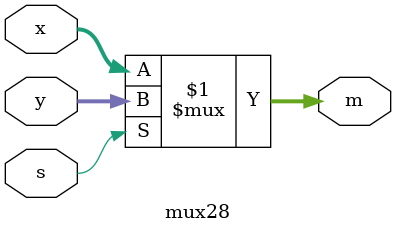
<source format=sv>
module mux28 ( input logic [7:0] x,y, input logic s , output logic [7:0] m);
	assign m = s ? y : x;
endmodule 
</source>
